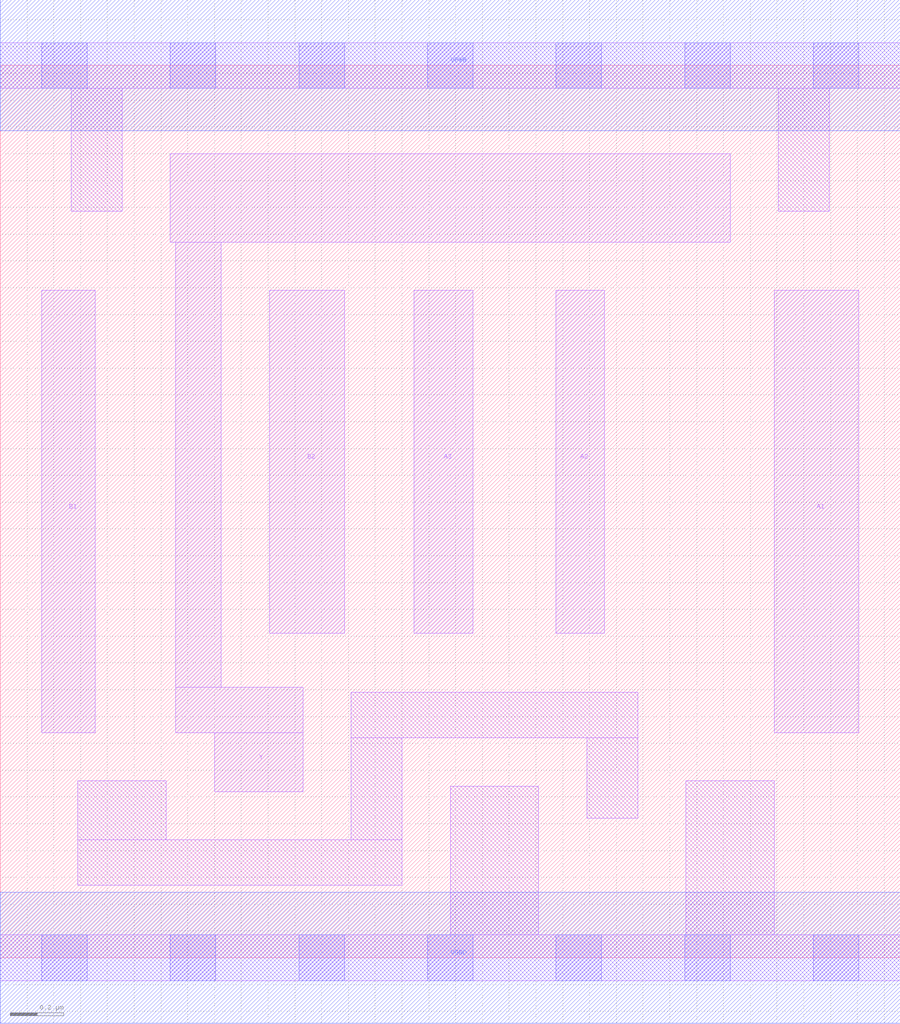
<source format=lef>
# Copyright 2020 The SkyWater PDK Authors
#
# Licensed under the Apache License, Version 2.0 (the "License");
# you may not use this file except in compliance with the License.
# You may obtain a copy of the License at
#
#     https://www.apache.org/licenses/LICENSE-2.0
#
# Unless required by applicable law or agreed to in writing, software
# distributed under the License is distributed on an "AS IS" BASIS,
# WITHOUT WARRANTIES OR CONDITIONS OF ANY KIND, either express or implied.
# See the License for the specific language governing permissions and
# limitations under the License.
#
# SPDX-License-Identifier: Apache-2.0

VERSION 5.7 ;
  NOWIREEXTENSIONATPIN ON ;
  DIVIDERCHAR "/" ;
  BUSBITCHARS "[]" ;
UNITS
  DATABASE MICRONS 200 ;
END UNITS
MACRO sky130_fd_sc_lp__o32ai_m
  CLASS CORE ;
  FOREIGN sky130_fd_sc_lp__o32ai_m ;
  ORIGIN  0.000000  0.000000 ;
  SIZE  3.360000 BY  3.330000 ;
  SYMMETRY X Y R90 ;
  SITE unit ;
  PIN A1
    ANTENNAGATEAREA  0.126000 ;
    DIRECTION INPUT ;
    USE SIGNAL ;
    PORT
      LAYER li1 ;
        RECT 2.890000 0.840000 3.205000 2.490000 ;
    END
  END A1
  PIN A2
    ANTENNAGATEAREA  0.126000 ;
    DIRECTION INPUT ;
    USE SIGNAL ;
    PORT
      LAYER li1 ;
        RECT 2.075000 1.210000 2.255000 2.490000 ;
    END
  END A2
  PIN A3
    ANTENNAGATEAREA  0.126000 ;
    DIRECTION INPUT ;
    USE SIGNAL ;
    PORT
      LAYER li1 ;
        RECT 1.545000 1.210000 1.765000 2.490000 ;
    END
  END A3
  PIN B1
    ANTENNAGATEAREA  0.126000 ;
    DIRECTION INPUT ;
    USE SIGNAL ;
    PORT
      LAYER li1 ;
        RECT 0.155000 0.840000 0.355000 2.490000 ;
    END
  END B1
  PIN B2
    ANTENNAGATEAREA  0.126000 ;
    DIRECTION INPUT ;
    USE SIGNAL ;
    PORT
      LAYER li1 ;
        RECT 1.005000 1.210000 1.285000 2.490000 ;
    END
  END B2
  PIN Y
    ANTENNADIFFAREA  0.235200 ;
    DIRECTION OUTPUT ;
    USE SIGNAL ;
    PORT
      LAYER li1 ;
        RECT 0.635000 2.670000 2.725000 3.000000 ;
        RECT 0.655000 0.840000 1.130000 1.010000 ;
        RECT 0.655000 1.010000 0.825000 2.670000 ;
        RECT 0.800000 0.620000 1.130000 0.840000 ;
    END
  END Y
  PIN VGND
    DIRECTION INOUT ;
    USE GROUND ;
    PORT
      LAYER met1 ;
        RECT 0.000000 -0.245000 3.360000 0.245000 ;
    END
  END VGND
  PIN VPWR
    DIRECTION INOUT ;
    USE POWER ;
    PORT
      LAYER met1 ;
        RECT 0.000000 3.085000 3.360000 3.575000 ;
    END
  END VPWR
  OBS
    LAYER li1 ;
      RECT 0.000000 -0.085000 3.360000 0.085000 ;
      RECT 0.000000  3.245000 3.360000 3.415000 ;
      RECT 0.265000  2.785000 0.455000 3.245000 ;
      RECT 0.290000  0.270000 1.500000 0.440000 ;
      RECT 0.290000  0.440000 0.620000 0.660000 ;
      RECT 1.310000  0.440000 1.500000 0.820000 ;
      RECT 1.310000  0.820000 2.380000 0.990000 ;
      RECT 1.680000  0.085000 2.010000 0.640000 ;
      RECT 2.190000  0.520000 2.380000 0.820000 ;
      RECT 2.560000  0.085000 2.890000 0.660000 ;
      RECT 2.905000  2.785000 3.095000 3.245000 ;
    LAYER mcon ;
      RECT 0.155000 -0.085000 0.325000 0.085000 ;
      RECT 0.155000  3.245000 0.325000 3.415000 ;
      RECT 0.635000 -0.085000 0.805000 0.085000 ;
      RECT 0.635000  3.245000 0.805000 3.415000 ;
      RECT 1.115000 -0.085000 1.285000 0.085000 ;
      RECT 1.115000  3.245000 1.285000 3.415000 ;
      RECT 1.595000 -0.085000 1.765000 0.085000 ;
      RECT 1.595000  3.245000 1.765000 3.415000 ;
      RECT 2.075000 -0.085000 2.245000 0.085000 ;
      RECT 2.075000  3.245000 2.245000 3.415000 ;
      RECT 2.555000 -0.085000 2.725000 0.085000 ;
      RECT 2.555000  3.245000 2.725000 3.415000 ;
      RECT 3.035000 -0.085000 3.205000 0.085000 ;
      RECT 3.035000  3.245000 3.205000 3.415000 ;
  END
END sky130_fd_sc_lp__o32ai_m
END LIBRARY

</source>
